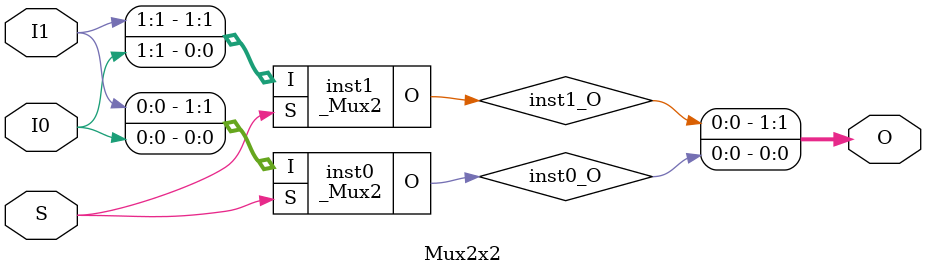
<source format=v>
module _Mux2 (input [1:0] I, input  S, output  O);
wire  inst0_out;
coreir_bitmux inst0 (.in0(I[0]), .in1(I[1]), .sel(S), .out(inst0_out));
assign O = inst0_out;
endmodule

module Mux2x2 (input [1:0] I0, input [1:0] I1, input  S, output [1:0] O);
wire  inst0_O;
wire  inst1_O;
_Mux2 inst0 (.I({I1[0],I0[0]}), .S(S), .O(inst0_O));
_Mux2 inst1 (.I({I1[1],I0[1]}), .S(S), .O(inst1_O));
assign O = {inst1_O,inst0_O};
endmodule


</source>
